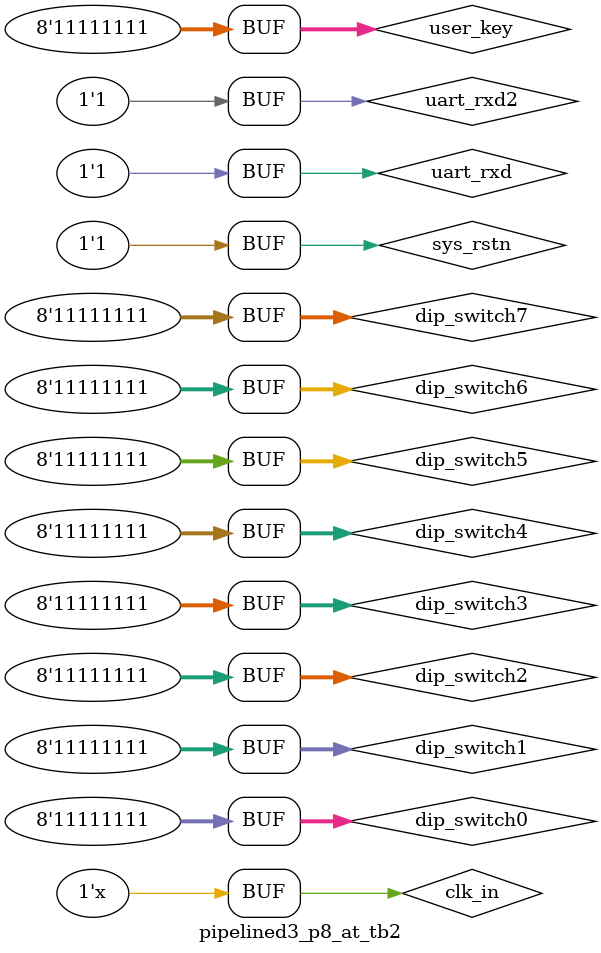
<source format=v>
`timescale 1ns / 1ps


module pipelined3_p8_at_tb2;

	// Inputs
	reg clk_in;
	reg sys_rstn;
	reg uart_rxd;
	reg uart_rxd2;
	reg [7:0] dip_switch0;
	reg [7:0] dip_switch1;
	reg [7:0] dip_switch2;
	reg [7:0] dip_switch3;
	reg [7:0] dip_switch4;
	reg [7:0] dip_switch5;
	reg [7:0] dip_switch6;
	reg [7:0] dip_switch7;
	reg [7:0] user_key;

	// Outputs
	wire uart_txd;
	wire uart_txd2;
	wire [31:0] led_light;
	wire [7:0] digital_tube0;
	wire [3:0] digital_tube_sel0;
	wire [7:0] digital_tube1;
	wire [3:0] digital_tube_sel1;
	wire [7:0] digital_tube2;
	wire digital_tube_sel2;

	// Instantiate the Unit Under Test (UUT)
	mips uut (
		.clk_in(clk_in), 
		.sys_rstn(sys_rstn), 
		.uart_rxd(uart_rxd), 
		.uart_txd(uart_txd), 
		.uart_rxd2(uart_rxd2), 
		.uart_txd2(uart_txd2), 
		.dip_switch0(dip_switch0), 
		.dip_switch1(dip_switch1), 
		.dip_switch2(dip_switch2), 
		.dip_switch3(dip_switch3), 
		.dip_switch4(dip_switch4), 
		.dip_switch5(dip_switch5), 
		.dip_switch6(dip_switch6), 
		.dip_switch7(dip_switch7), 
		.led_light(led_light), 
		.digital_tube0(digital_tube0), 
		.digital_tube_sel0(digital_tube_sel0), 
		.digital_tube1(digital_tube1), 
		.digital_tube_sel1(digital_tube_sel1), 
		.digital_tube2(digital_tube2), 
		.digital_tube_sel2(digital_tube_sel2), 
		.user_key(user_key)
	);

	initial begin
		clk_in = 0;
		sys_rstn = 0;
		{dip_switch7,dip_switch6,dip_switch5,dip_switch4,dip_switch3,dip_switch2,dip_switch1,dip_switch0} = ~0;
		uart_rxd = 1;
		uart_rxd2 = 1;
		
		user_key = ~0;
		#1000
		sys_rstn = 1;

		#1000
		user_key = 8'b11111110;
		#10
		user_key = 8'b11111111;
		#2000
		user_key = 8'b11111110;
		#10
		user_key = 8'b11111111;
		#2000
		user_key = 8'b11111110;
		#10
		user_key = 8'b11111111;
		#2000
		user_key = 8'b11111110;
		#10
		user_key = 8'b11111111;
		#2000
		user_key = 8'b11111110;
		#10
		user_key = 8'b11111111;
		#2000
		user_key = 8'b11111110;
		#10
		user_key = 8'b11111111;
		#2000
		user_key = 8'b11111110;
		#10
		user_key = 8'b11111111;
		#2000
		user_key = 8'b11111110;
		#10
		user_key = 8'b11111111;
		#2000
		user_key = 8'b11111110;
		#10
		user_key = 8'b11111111;
		
	end
	
	/* 25MHz raw clock */
	always #20 clk_in = ~clk_in;
      
endmodule


</source>
